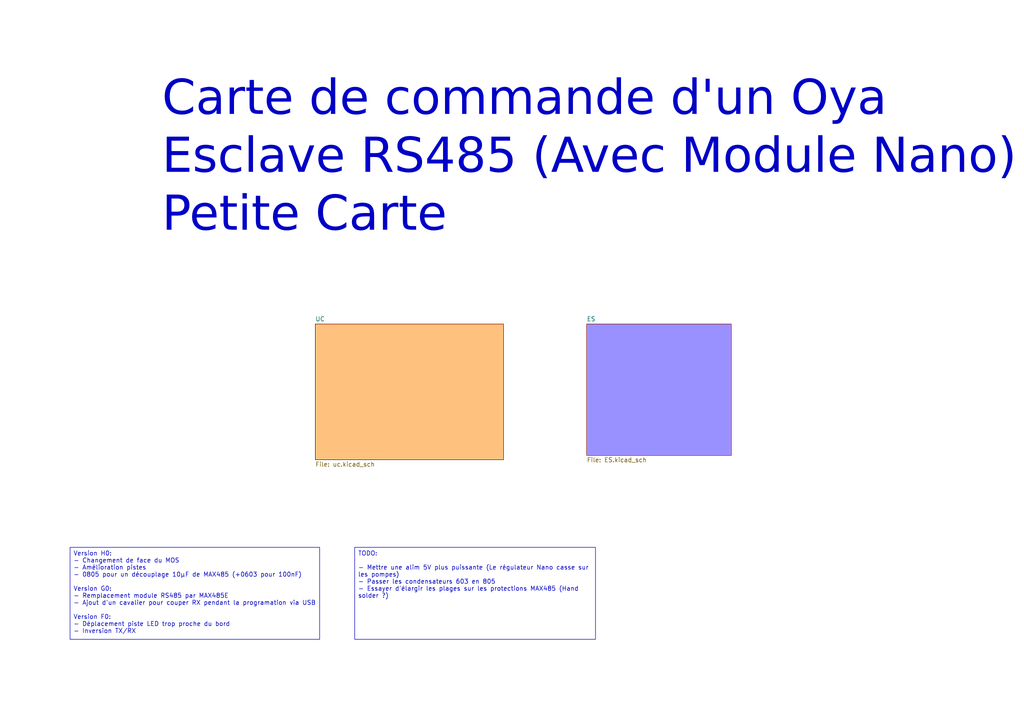
<source format=kicad_sch>
(kicad_sch (version 20230121) (generator eeschema)
  (paper "A4")
  (title_block (title "Carte de commande d'un OYA - Esclave RS485") (date "2024-06-11") (rev "H0") (company "BPC") (comment 1 "Technologie avec module Arduino Nano / Petite carte") (comment 2 "Monitoring de tension d'alimentation") (comment 3 "1 sortie 12V/5A - 2 entrées TOR - 1 débimètre - 1 LED - Temp - RS485"))
  (lib_symbols)
  (text_box "Version H0:\n- Changement de face du MOS\n- Amélioration pistes\n- 0805 pour un découplage 10µF de MAX485 (+0603 pour 100nF)\n\nVersion G0:\n- Remplacement module RS485 par MAX485E\n- Ajout d'un cavalier pour couper RX pendant la programation via USB\n\nVersion F0:\n- Déplacement piste LED trop proche du bord\n- Inversion TX/RX" (at 20.32 158.75 0) (size 72.39 26.67) (effects (font (size 1.27 1.27)) (justify left top)))
  (text_box "TODO:\n\n- Mettre une alim 5V plus puissante (Le régulateur Nano casse sur les pompes)\n- Passer les condensateurs 603 en 805\n- Essayer d'élargir les plages sur les protections MAX485 (Hand solder ?)" (at 102.87 158.75 0) (size 69.85 26.67) (effects (font (size 1.27 1.27)) (justify left top)))
  (text "Carte de commande d'un Oya\nEsclave RS485 (Avec Module Nano)\nPetite Carte" (at 46.99 71.12 0) (effects (font (size 10 10)) (justify left bottom)))
  (sheet (at 91.44 93.98) (size 54.61 39.37) (stroke (width 0.1524)) (fill (color 255 194 126 1.0000))
    (property "Sheetname" "UC" (at 91.44 93.2684 0) (effects (justify left bottom)))
    (property "Sheetfile" "uc.kicad_sch" (at 91.44 133.9346 0) (effects (justify left top)))
  )
  (sheet (at 170.18 93.98) (size 41.91 38.1) (stroke (width 0.1524)) (fill (color 153 145 255 1.0000))
    (property "Sheetname" "ES" (at 170.18 93.2684 0) (effects (justify left bottom)))
    (property "Sheetfile" "ES.kicad_sch" (at 170.18 132.6646 0) (effects (justify left top)))
  )
)
</source>
